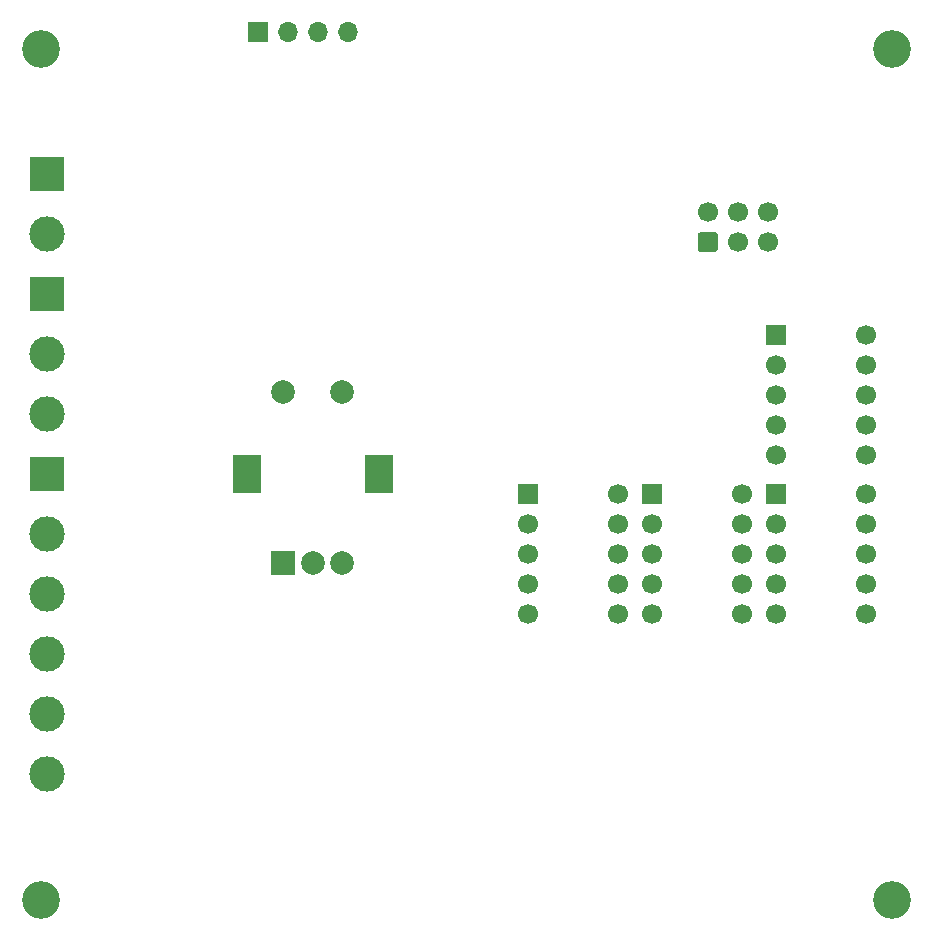
<source format=gbs>
G04 #@! TF.GenerationSoftware,KiCad,Pcbnew,5.1.9-73d0e3b20d~88~ubuntu18.04.1*
G04 #@! TF.CreationDate,2021-04-12T21:46:39+02:00*
G04 #@! TF.ProjectId,dmx-panel-controller,646d782d-7061-46e6-956c-2d636f6e7472,v1.0-rc1*
G04 #@! TF.SameCoordinates,Original*
G04 #@! TF.FileFunction,Soldermask,Bot*
G04 #@! TF.FilePolarity,Negative*
%FSLAX46Y46*%
G04 Gerber Fmt 4.6, Leading zero omitted, Abs format (unit mm)*
G04 Created by KiCad (PCBNEW 5.1.9-73d0e3b20d~88~ubuntu18.04.1) date 2021-04-12 21:46:39*
%MOMM*%
%LPD*%
G01*
G04 APERTURE LIST*
%ADD10C,3.000000*%
%ADD11R,3.000000X3.000000*%
%ADD12R,2.999999X2.999999*%
%ADD13C,2.999999*%
%ADD14C,2.000000*%
%ADD15R,2.400000X3.200000*%
%ADD16R,2.000000X2.000000*%
%ADD17R,1.700000X1.700000*%
%ADD18C,1.700000*%
%ADD19C,3.200000*%
%ADD20O,1.700000X1.700000*%
G04 APERTURE END LIST*
D10*
X4500000Y-65400000D03*
X4500000Y-60320000D03*
X4500000Y-55240000D03*
X4500000Y-50160000D03*
X4500000Y-45080000D03*
D11*
X4500000Y-40000000D03*
D10*
X4500000Y-34920000D03*
X4500000Y-29840000D03*
D12*
X4500000Y-24760000D03*
D13*
X4500000Y-19680000D03*
D12*
X4500000Y-14600000D03*
D14*
X29500000Y-33000000D03*
X24500000Y-33000000D03*
D15*
X32600000Y-40000000D03*
X21400000Y-40000000D03*
D14*
X29500000Y-47500000D03*
X27000000Y-47500000D03*
D16*
X24500000Y-47500000D03*
D17*
X66190000Y-28170000D03*
D18*
X66190000Y-30710000D03*
X66190000Y-33250000D03*
X66190000Y-35790000D03*
X66190000Y-38330000D03*
X73810000Y-38330000D03*
X73810000Y-35790000D03*
X73810000Y-33250000D03*
X73810000Y-30710000D03*
X73810000Y-28170000D03*
D17*
X55690000Y-41670000D03*
D18*
X55690000Y-44210000D03*
X55690000Y-46750000D03*
X55690000Y-49290000D03*
X55690000Y-51830000D03*
X63310000Y-51830000D03*
X63310000Y-49290000D03*
X63310000Y-46750000D03*
X63310000Y-44210000D03*
X63310000Y-41670000D03*
D19*
X4000000Y-76000000D03*
X76000000Y-76000000D03*
X76000000Y-4000000D03*
X4000000Y-4000000D03*
D18*
X52810000Y-41670000D03*
X52810000Y-44210000D03*
X52810000Y-46750000D03*
X52810000Y-49290000D03*
X52810000Y-51830000D03*
X45190000Y-51830000D03*
X45190000Y-49290000D03*
X45190000Y-46750000D03*
X45190000Y-44210000D03*
D17*
X45190000Y-41670000D03*
D18*
X73810000Y-41670000D03*
X73810000Y-44210000D03*
X73810000Y-46750000D03*
X73810000Y-49290000D03*
X73810000Y-51830000D03*
X66190000Y-51830000D03*
X66190000Y-49290000D03*
X66190000Y-46750000D03*
X66190000Y-44210000D03*
D17*
X66190000Y-41670000D03*
G36*
G01*
X61052000Y-21170000D02*
X59852000Y-21170000D01*
G75*
G02*
X59602000Y-20920000I0J250000D01*
G01*
X59602000Y-19720000D01*
G75*
G02*
X59852000Y-19470000I250000J0D01*
G01*
X61052000Y-19470000D01*
G75*
G02*
X61302000Y-19720000I0J-250000D01*
G01*
X61302000Y-20920000D01*
G75*
G02*
X61052000Y-21170000I-250000J0D01*
G01*
G37*
D18*
X62992000Y-20320000D03*
X65532000Y-20320000D03*
X60452000Y-17780000D03*
X62992000Y-17780000D03*
X65532000Y-17780000D03*
D17*
X22352000Y-2540000D03*
D20*
X24892000Y-2540000D03*
X27432000Y-2540000D03*
X29972000Y-2540000D03*
M02*

</source>
